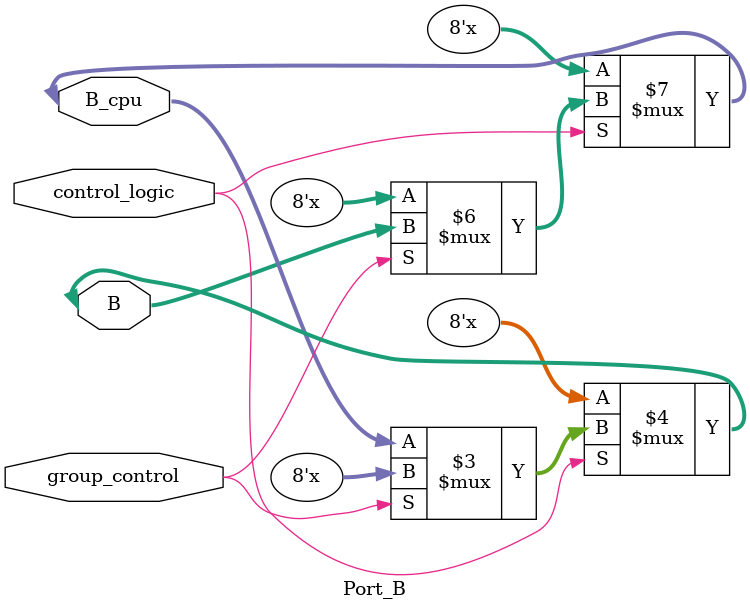
<source format=v>
`timescale 1ns / 1ps

module Port_B(B, B_cpu, group_control, control_logic
    );
        
    inout [7:0] B;
    inout [7:0] B_cpu;
    input group_control;// control on or out
    input control_logic; // to activate the port
        
        
    assign B = (!control_logic)? 8'bzzzz_zzzz : (!group_control)? B_cpu: 8'bzzzz_zzzz; // if group_control = 0 B is output
    assign B_cpu = (!control_logic)? 8'bzzzz_zzzz: (group_control)? B: 8'bzzzz_zzzz; // if control_group = 0 "reset" then B is input . if group_control = 1 B input  


endmodule

</source>
